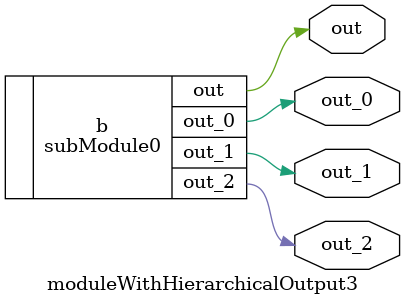
<source format=v>
module subModule0(output out_0, output out_1, output out_2, out);
  assign {out_2, out_1, out_0, out} = 0;
endmodule

module moduleWithHierarchicalOutput3(output out_0, output out_1, output out_2, output out);
  subModule0 b(out_0, out_1, out_2, out);
endmodule


</source>
